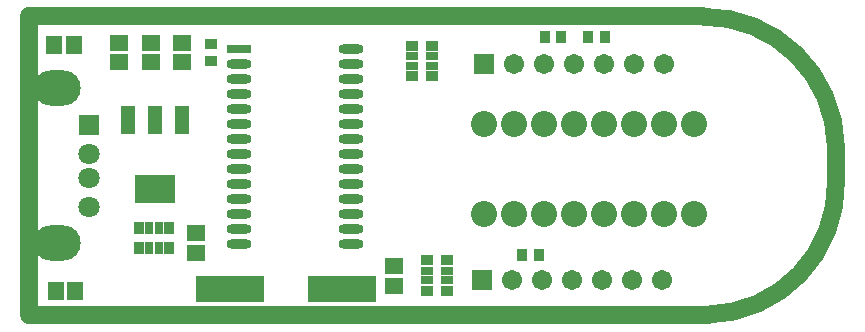
<source format=gts>
G04 Layer_Color=8388736*
%FSLAX25Y25*%
%MOIN*%
G70*
G01*
G75*
%ADD14C,0.05905*%
%ADD40R,0.06312X0.05721*%
%ADD41R,0.03556X0.04343*%
%ADD42R,0.04737X0.09265*%
%ADD43R,0.13595X0.09265*%
%ADD44R,0.05721X0.06312*%
%ADD45R,0.03359X0.04343*%
%ADD46R,0.02572X0.04343*%
%ADD47O,0.08280X0.03162*%
%ADD48R,0.08280X0.03162*%
%ADD49R,0.22847X0.09068*%
%ADD50R,0.04343X0.03556*%
%ADD51R,0.04343X0.03359*%
%ADD52R,0.04343X0.02572*%
%ADD53C,0.08674*%
%ADD54C,0.07099*%
%ADD55R,0.07099X0.07099*%
%ADD56O,0.15761X0.11824*%
%ADD57C,0.06706*%
%ADD58R,0.06706X0.06706*%
D14*
X565623Y424540D02*
G03*
X608392Y469154I-922J43691D01*
G01*
Y480167D02*
G03*
X563607Y523922I-44270J-515D01*
G01*
X339547Y424347D02*
X483500D01*
X483693Y424540D02*
X500500D01*
X608392Y469154D02*
Y480167D01*
X339547Y514500D02*
Y523922D01*
Y488500D02*
Y501000D01*
Y514500D01*
Y424347D02*
Y448500D01*
Y488500D01*
X500500Y424540D02*
X565623D01*
X339547Y523922D02*
X563607D01*
D40*
X395000Y445252D02*
D03*
Y451748D02*
D03*
X461000Y434252D02*
D03*
Y440748D02*
D03*
X380000Y508752D02*
D03*
Y515248D02*
D03*
X390500Y508752D02*
D03*
Y515248D02*
D03*
X369500Y508752D02*
D03*
Y515248D02*
D03*
D41*
X509256Y444500D02*
D03*
X503744D02*
D03*
X525744Y517000D02*
D03*
X531256D02*
D03*
X511244D02*
D03*
X516756D02*
D03*
D42*
X390555Y489516D02*
D03*
X381500D02*
D03*
X372445D02*
D03*
D43*
X381500Y466484D02*
D03*
D44*
X347752Y514500D02*
D03*
X354248D02*
D03*
X354748Y432500D02*
D03*
X348252D02*
D03*
D45*
X386216Y453346D02*
D03*
X375980D02*
D03*
X386216Y446654D02*
D03*
X375980D02*
D03*
D46*
X382673Y453346D02*
D03*
X379524D02*
D03*
X382673Y446654D02*
D03*
X379524D02*
D03*
D47*
X446701Y448000D02*
D03*
Y453000D02*
D03*
Y458000D02*
D03*
Y463000D02*
D03*
Y468000D02*
D03*
Y473000D02*
D03*
Y478000D02*
D03*
Y483000D02*
D03*
Y488000D02*
D03*
Y493000D02*
D03*
Y498000D02*
D03*
Y503000D02*
D03*
Y508000D02*
D03*
Y513000D02*
D03*
X409299Y448000D02*
D03*
Y453000D02*
D03*
Y458000D02*
D03*
Y463000D02*
D03*
Y468000D02*
D03*
Y473000D02*
D03*
Y478000D02*
D03*
Y483000D02*
D03*
Y488000D02*
D03*
Y493000D02*
D03*
Y498000D02*
D03*
Y503000D02*
D03*
Y508000D02*
D03*
D48*
Y513000D02*
D03*
D49*
X443701Y433000D02*
D03*
X406299D02*
D03*
D50*
X400000Y514756D02*
D03*
Y509244D02*
D03*
D51*
X467154Y514217D02*
D03*
Y503980D02*
D03*
X473846Y514217D02*
D03*
Y503980D02*
D03*
X472154Y442717D02*
D03*
Y432480D02*
D03*
X478847Y442717D02*
D03*
Y432480D02*
D03*
D52*
X467154Y510673D02*
D03*
Y507524D02*
D03*
X473846Y510673D02*
D03*
Y507524D02*
D03*
X472154Y439173D02*
D03*
Y436024D02*
D03*
X478847Y439173D02*
D03*
Y436024D02*
D03*
D53*
X491000Y458075D02*
D03*
Y488075D02*
D03*
X501000Y458075D02*
D03*
Y488075D02*
D03*
X511000Y458075D02*
D03*
Y488075D02*
D03*
X521000Y458075D02*
D03*
Y488075D02*
D03*
X531000Y458075D02*
D03*
Y488075D02*
D03*
X541000Y458075D02*
D03*
Y488075D02*
D03*
X551000Y458075D02*
D03*
Y488075D02*
D03*
X561000D02*
D03*
Y458075D02*
D03*
D54*
X359500Y470198D02*
D03*
Y460355D02*
D03*
Y478072D02*
D03*
D55*
Y487914D02*
D03*
D56*
X348831Y448269D02*
D03*
Y500001D02*
D03*
D57*
X550500Y436000D02*
D03*
X540500D02*
D03*
X530500D02*
D03*
X520500D02*
D03*
X500500D02*
D03*
X510500D02*
D03*
X551000Y508000D02*
D03*
X541000D02*
D03*
X531000D02*
D03*
X521000D02*
D03*
X501000D02*
D03*
X511000D02*
D03*
D58*
X490500Y436000D02*
D03*
X491000Y508000D02*
D03*
M02*

</source>
